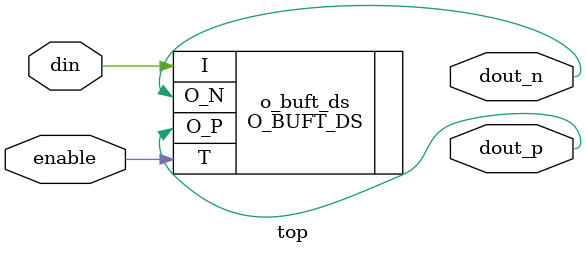
<source format=v>

/*
  Primitive Description:

          |------------------------------------|
          |                                    |
    din --|--> I_BUF                           |
          |                                    |
 enable --|--> I_BUF                           |
          |                                    |
          |                     |-----------|--|--> dout_p
          |                     | O_BUFT_DS |  |
          |                     |-----------|--|--> dout_n
          |                                    |
          |------------------------------------|

  SW Readiness:

    SYN:: Yes
    PPDB:: Yes
    BitGen:: No

  Testing (Simulation/Emulator):

    Not Yet

  Source:

    GJC-15
*/

module top(
  input wire din,
  input wire enable,
  output wire dout_p,
  output wire dout_n
);
  O_BUFT_DS o_buft_ds(
    .I(din),
    .T(enable),
    .O_P(dout_p),
    .O_N(dout_n)
  );
endmodule

</source>
